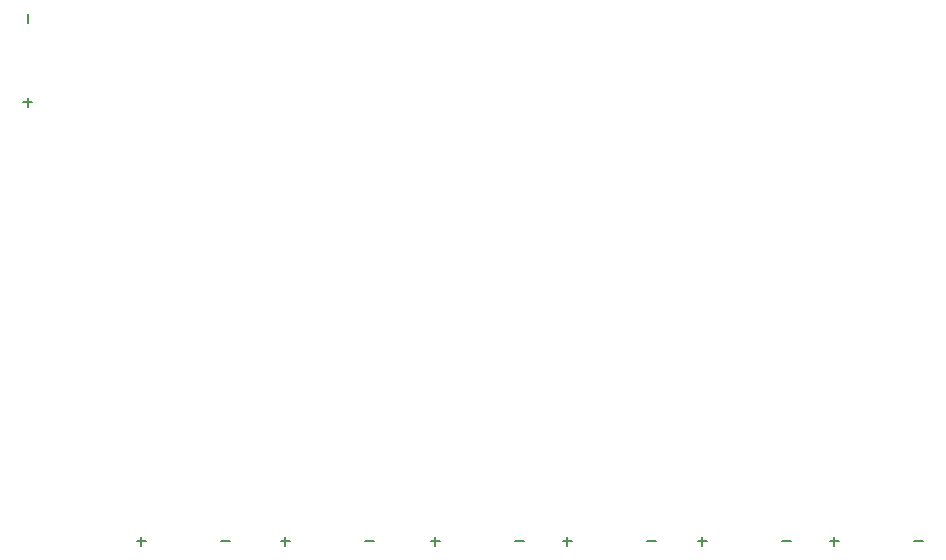
<source format=gbr>
%TF.GenerationSoftware,KiCad,Pcbnew,(5.1.9)-1*%
%TF.CreationDate,2022-01-12T17:44:04+01:00*%
%TF.ProjectId,Allarmino,416c6c61-726d-4696-9e6f-2e6b69636164,rev?*%
%TF.SameCoordinates,Original*%
%TF.FileFunction,Paste,Top*%
%TF.FilePolarity,Positive*%
%FSLAX46Y46*%
G04 Gerber Fmt 4.6, Leading zero omitted, Abs format (unit mm)*
G04 Created by KiCad (PCBNEW (5.1.9)-1) date 2022-01-12 17:44:04*
%MOMM*%
%LPD*%
G01*
G04 APERTURE LIST*
%ADD10C,0.150000*%
G04 APERTURE END LIST*
D10*
X77033428Y-83184952D02*
X77033428Y-82423047D01*
X77414380Y-82804000D02*
X76652476Y-82804000D01*
X77033428Y-76072952D02*
X77033428Y-75311047D01*
X86233047Y-119959428D02*
X86994952Y-119959428D01*
X86614000Y-120340380D02*
X86614000Y-119578476D01*
X93345047Y-119959428D02*
X94106952Y-119959428D01*
X105537047Y-119959428D02*
X106298952Y-119959428D01*
X98425047Y-119959428D02*
X99186952Y-119959428D01*
X98806000Y-120340380D02*
X98806000Y-119578476D01*
X111125047Y-119959428D02*
X111886952Y-119959428D01*
X111506000Y-120340380D02*
X111506000Y-119578476D01*
X118237047Y-119959428D02*
X118998952Y-119959428D01*
X122301047Y-119959428D02*
X123062952Y-119959428D01*
X122682000Y-120340380D02*
X122682000Y-119578476D01*
X129413047Y-119959428D02*
X130174952Y-119959428D01*
X133731047Y-119959428D02*
X134492952Y-119959428D01*
X134112000Y-120340380D02*
X134112000Y-119578476D01*
X140843047Y-119959428D02*
X141604952Y-119959428D01*
X152019047Y-119959428D02*
X152780952Y-119959428D01*
X144907047Y-119959428D02*
X145668952Y-119959428D01*
X145288000Y-120340380D02*
X145288000Y-119578476D01*
M02*

</source>
